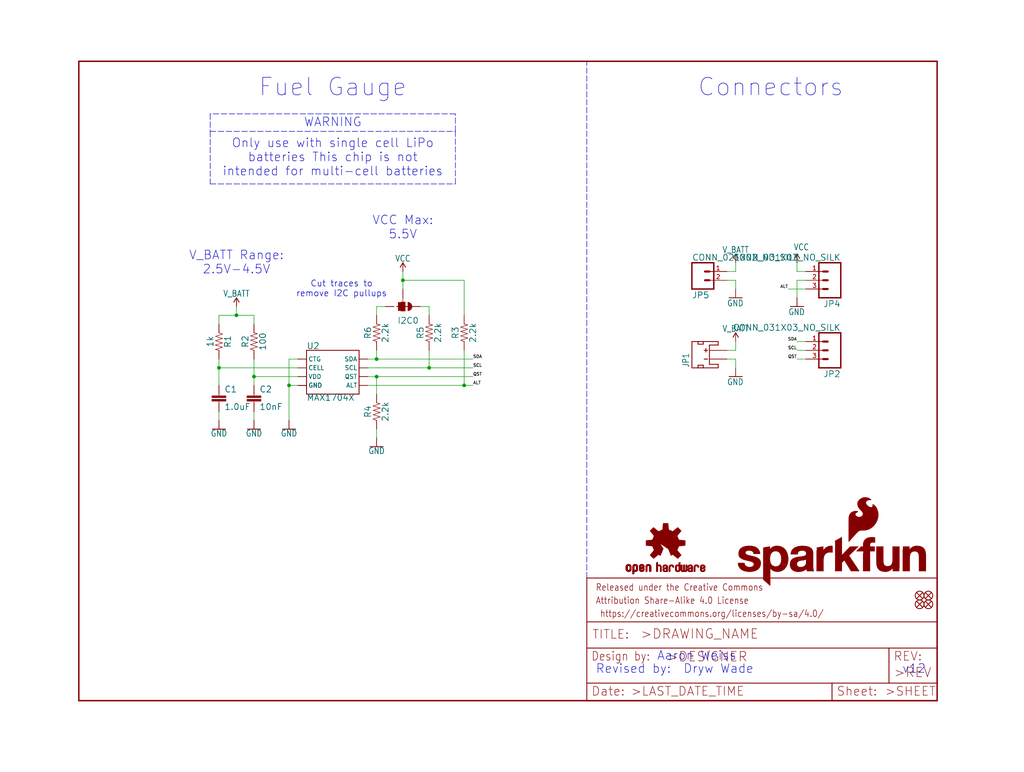
<source format=kicad_sch>
(kicad_sch (version 20211123) (generator eeschema)
  (paper "User" 297.002 223.926)
  (lib_symbols
    (symbol "eagleSchem-eagle-import:1.0UF-0402T-16V-10%"
      (property "Reference" "C" (at 1.524 2.921 0))
      (property "Value" "1.0UF-0402T-16V-10%" (at 1.524 -2.159 0))
      (symbol "1.0UF-0402T-16V-10%_1_0"
        (pin passive line (at 0 5.08 270) (length 2.54) (name "1") (number "1"))
        (pin passive line (at 0 -2.54 90) (length 2.54) (name "2") (number "2"))
      )
    )
    (symbol "eagleSchem-eagle-import:100OHM-0402-TIGHT-1{slash}16W-1%"
      (property "Reference" "R" (at 0 1.524 0))
      (property "Value" "100OHM-0402-TIGHT-1{slash}16W-1%" (at 0 -1.524 0))
      (symbol "100OHM-0402-TIGHT-1{slash}16W-1%_1_0"
        (pin passive line (at -5.08 0 0) (length 2.54) (name "1") (number "1"))
        (pin passive line (at 5.08 0 180) (length 2.54) (name "2") (number "2"))
      )
    )
    (symbol "eagleSchem-eagle-import:10NF-0402T-25V-10%"
      (property "Reference" "C" (at 1.524 2.921 0))
      (property "Value" "10NF-0402T-25V-10%" (at 1.524 -2.159 0))
      (symbol "10NF-0402T-25V-10%_1_0"
        (pin passive line (at 0 5.08 270) (length 2.54) (name "1") (number "1"))
        (pin passive line (at 0 -2.54 90) (length 2.54) (name "2") (number "2"))
      )
    )
    (symbol "eagleSchem-eagle-import:1KOHM-0402T-1{slash}16W-1%"
      (property "Reference" "R" (at 0 1.524 0))
      (property "Value" "1KOHM-0402T-1{slash}16W-1%" (at 0 -1.524 0))
      (symbol "1KOHM-0402T-1{slash}16W-1%_1_0"
        (pin passive line (at -5.08 0 0) (length 2.54) (name "1") (number "1"))
        (pin passive line (at 5.08 0 180) (length 2.54) (name "2") (number "2"))
      )
    )
    (symbol "eagleSchem-eagle-import:2.2KOHM-0402T-1{slash}16W-1%"
      (property "Reference" "R" (at 0 1.524 0))
      (property "Value" "2.2KOHM-0402T-1{slash}16W-1%" (at 0 -1.524 0))
      (symbol "2.2KOHM-0402T-1{slash}16W-1%_1_0"
        (pin passive line (at -5.08 0 0) (length 2.54) (name "1") (number "1"))
        (pin passive line (at 5.08 0 180) (length 2.54) (name "2") (number "2"))
      )
    )
    (symbol "eagleSchem-eagle-import:CONN_021X02_NO_SILK"
      (property "Reference" "J" (at -2.54 5.588 0))
      (property "Value" "CONN_021X02_NO_SILK" (at -2.54 -4.826 0))
      (symbol "CONN_021X02_NO_SILK_1_0"
        (pin passive line (at 7.62 0 180) (length 5.08) (name "1") (number "1"))
        (pin passive line (at 7.62 2.54 180) (length 5.08) (name "2") (number "2"))
      )
    )
    (symbol "eagleSchem-eagle-import:CONN_031X03_NO_SILK"
      (property "Reference" "J" (at -2.54 5.588 0))
      (property "Value" "CONN_031X03_NO_SILK" (at -2.54 -7.366 0))
      (symbol "CONN_031X03_NO_SILK_1_0"
        (pin passive line (at 7.62 -2.54 180) (length 5.08) (name "1") (number "1"))
        (pin passive line (at 7.62 0 180) (length 5.08) (name "2") (number "2"))
        (pin passive line (at 7.62 2.54 180) (length 5.08) (name "3") (number "3"))
      )
    )
    (symbol "eagleSchem-eagle-import:FIDUCIALUFIDUCIAL")
    (symbol "eagleSchem-eagle-import:FRAME-LETTER"
      (symbol "FRAME-LETTER_2_0"
        (text " https://creativecommons.org/licenses/by-sa/4.0/" (at 2.54 24.13 0) (effects (font (size 1.9304 1.6408)) (justify left bottom)))
        (text ">DESIGNER" (at 23.114 11.176 0) (effects (font (size 2.7432 2.7432)) (justify left bottom)))
        (text ">DRAWING_NAME" (at 15.494 17.78 0) (effects (font (size 2.7432 2.7432)) (justify left bottom)))
        (text ">LAST_DATE_TIME" (at 12.7 1.27 0) (effects (font (size 2.54 2.54)) (justify left bottom)))
        (text ">REV" (at 88.9 6.604 0) (effects (font (size 2.7432 2.7432)) (justify left bottom)))
        (text ">SHEET" (at 86.36 1.27 0) (effects (font (size 2.54 2.54)) (justify left bottom)))
        (text "Attribution Share-Alike 4.0 License" (at 2.54 27.94 0) (effects (font (size 1.9304 1.6408)) (justify left bottom)))
        (text "Date:" (at 1.27 1.27 0) (effects (font (size 2.54 2.54)) (justify left bottom)))
        (text "Design by:" (at 1.27 11.43 0) (effects (font (size 2.54 2.159)) (justify left bottom)))
        (text "Released under the Creative Commons" (at 2.54 31.75 0) (effects (font (size 1.9304 1.6408)) (justify left bottom)))
        (text "REV:" (at 88.9 11.43 0) (effects (font (size 2.54 2.54)) (justify left bottom)))
        (text "Sheet:" (at 72.39 1.27 0) (effects (font (size 2.54 2.54)) (justify left bottom)))
        (text "TITLE:" (at 1.524 17.78 0) (effects (font (size 2.54 2.54)) (justify left bottom)))
      )
    )
    (symbol "eagleSchem-eagle-import:GND" (power)
      (property "Value" "GND" (at 0 -0.254 0))
      (symbol "GND_1_0"
        (pin power_in line (at 0 2.54 270) (length 2.54) (name "GND") (number "1"))
      )
    )
    (symbol "eagleSchem-eagle-import:JST_2MM_MALE"
      (property "Reference" "J" (at -2.54 5.842 0))
      (symbol "JST_2MM_MALE_1_0"
        (pin bidirectional line (at 0 -5.08 90) (length 5.08) (name "-") (number "1"))
        (pin bidirectional line (at 2.54 -5.08 90) (length 5.08) (name "+") (number "2"))
        (pin bidirectional line (at -2.54 2.54 90) (length 0) (name "PAD1") (number "NC1"))
        (pin bidirectional line (at 5.08 2.54 90) (length 0) (name "PAD2") (number "NC2"))
      )
    )
    (symbol "eagleSchem-eagle-import:JUMPER-SMT_3_2-NC_TRACE_SILK"
      (property "Reference" "JP" (at 6.096 1.524 0))
      (property "Value" "JUMPER-SMT_3_2-NC_TRACE_SILK" (at 6.858 -1.524 0))
      (symbol "JUMPER-SMT_3_2-NC_TRACE_SILK_1_0"
        (pin passive line (at 0 5.08 270) (length 2.54) (name "1") (number "1"))
        (pin passive line (at -5.08 0 0) (length 2.54) (name "2") (number "2"))
        (pin passive line (at 0 -5.08 90) (length 2.54) (name "3") (number "3"))
      )
    )
    (symbol "eagleSchem-eagle-import:MAX1704X"
      (property "Reference" "U" (at -7.62 7.874 0))
      (property "Value" "MAX1704X" (at -7.62 -7.112 0))
      (symbol "MAX1704X_1_0"
        (pin bidirectional line (at -10.16 5.08 0) (length 2.54) (name "CTG") (number "1"))
        (pin bidirectional line (at -10.16 2.54 0) (length 2.54) (name "CELL") (number "2"))
        (pin bidirectional line (at -10.16 0 0) (length 2.54) (name "VDD") (number "3"))
        (pin bidirectional line (at -10.16 -2.54 0) (length 2.54) (name "GND") (number "4"))
        (pin bidirectional line (at 10.16 -2.54 180) (length 2.54) (name "ALT") (number "5"))
        (pin bidirectional line (at 10.16 0 180) (length 2.54) (name "QST") (number "6"))
        (pin bidirectional line (at 10.16 2.54 180) (length 2.54) (name "SCL") (number "7"))
        (pin bidirectional line (at 10.16 5.08 180) (length 2.54) (name "SDA") (number "8"))
        (pin bidirectional line (at -10.16 -2.54 0) (length 2.54) (name "GND") (number "EP"))
      )
    )
    (symbol "eagleSchem-eagle-import:OSHW-LOGOS")
    (symbol "eagleSchem-eagle-import:SFE_LOGO_FLAME.1_INCH")
    (symbol "eagleSchem-eagle-import:SFE_LOGO_NAME_FLAMEBLANK")
    (symbol "eagleSchem-eagle-import:VCC" (power)
      (property "Value" "VCC" (at 0 2.794 0))
      (symbol "VCC_1_0"
        (pin power_in line (at 0 0 90) (length 2.54) (name "VCC") (number "1"))
      )
    )
    (symbol "eagleSchem-eagle-import:V_BATT" (power)
      (property "Value" "V_BATT" (at 0 2.794 0))
      (symbol "V_BATT_1_0"
        (pin power_in line (at 0 0 90) (length 2.54) (name "V_BATT") (number "1"))
      )
    )
  )
  (junction (at 134.62 111.76))
  (junction (at 73.66 109.22))
  (junction (at 109.22 109.22))
  (junction (at 109.22 104.14))
  (junction (at 83.82 111.76))
  (junction (at 68.58 91.44))
  (junction (at 63.5 106.68))
  (junction (at 124.46 106.68))
  (junction (at 116.84 81.28))
  (wire (pts (xy 63.5 91.44) (xy 68.58 91.44)))
  (wire (pts (xy 109.22 101.6) (xy 109.22 104.14)))
  (wire (pts (xy 86.36 109.22) (xy 73.66 109.22)))
  (wire (pts (xy 233.68 81.28) (xy 231.14 81.28)))
  (wire (pts (xy 63.5 121.92) (xy 63.5 119.38)))
  (wire (pts (xy 233.68 83.82) (xy 228.6 83.82)))
  (wire (pts (xy 124.46 88.9) (xy 121.92 88.9)))
  (wire (pts (xy 213.36 78.74) (xy 213.36 76.2)))
  (wire (pts (xy 116.84 81.28) (xy 116.84 83.82)))
  (wire (pts (xy 134.62 91.44) (xy 134.62 81.28)))
  (wire (pts (xy 210.82 104.14) (xy 213.36 104.14)))
  (wire (pts (xy 86.36 106.68) (xy 63.5 106.68)))
  (polyline (pts (xy 132.08 33.02) (xy 60.96 33.02)))
  (wire (pts (xy 233.68 104.14) (xy 231.14 104.14)))
  (wire (pts (xy 109.22 109.22) (xy 137.16 109.22)))
  (wire (pts (xy 83.82 111.76) (xy 83.82 121.92)))
  (wire (pts (xy 73.66 91.44) (xy 73.66 93.98)))
  (wire (pts (xy 68.58 88.9) (xy 68.58 91.44)))
  (wire (pts (xy 124.46 106.68) (xy 137.16 106.68)))
  (wire (pts (xy 109.22 88.9) (xy 111.76 88.9)))
  (wire (pts (xy 213.36 104.14) (xy 213.36 106.68)))
  (wire (pts (xy 124.46 101.6) (xy 124.46 106.68)))
  (wire (pts (xy 134.62 111.76) (xy 134.62 101.6)))
  (polyline (pts (xy 60.96 53.34) (xy 132.08 53.34)))
  (wire (pts (xy 83.82 104.14) (xy 83.82 111.76)))
  (polyline (pts (xy 60.96 33.02) (xy 60.96 38.1)))
  (wire (pts (xy 73.66 109.22) (xy 73.66 104.14)))
  (wire (pts (xy 63.5 104.14) (xy 63.5 106.68)))
  (wire (pts (xy 63.5 106.68) (xy 63.5 111.76)))
  (wire (pts (xy 213.36 101.6) (xy 213.36 99.06)))
  (wire (pts (xy 106.68 106.68) (xy 124.46 106.68)))
  (wire (pts (xy 109.22 104.14) (xy 137.16 104.14)))
  (wire (pts (xy 73.66 121.92) (xy 73.66 119.38)))
  (wire (pts (xy 213.36 81.28) (xy 213.36 83.82)))
  (wire (pts (xy 124.46 91.44) (xy 124.46 88.9)))
  (wire (pts (xy 106.68 109.22) (xy 109.22 109.22)))
  (wire (pts (xy 210.82 78.74) (xy 213.36 78.74)))
  (wire (pts (xy 134.62 81.28) (xy 116.84 81.28)))
  (polyline (pts (xy 60.96 38.1) (xy 60.96 53.34)))
  (wire (pts (xy 116.84 81.28) (xy 116.84 78.74)))
  (wire (pts (xy 210.82 101.6) (xy 213.36 101.6)))
  (wire (pts (xy 73.66 109.22) (xy 73.66 111.76)))
  (wire (pts (xy 109.22 91.44) (xy 109.22 88.9)))
  (wire (pts (xy 86.36 111.76) (xy 83.82 111.76)))
  (wire (pts (xy 63.5 93.98) (xy 63.5 91.44)))
  (wire (pts (xy 233.68 78.74) (xy 231.14 78.74)))
  (polyline (pts (xy 132.08 38.1) (xy 132.08 33.02)))
  (wire (pts (xy 231.14 78.74) (xy 231.14 76.2)))
  (wire (pts (xy 134.62 111.76) (xy 137.16 111.76)))
  (polyline (pts (xy 132.08 53.34) (xy 132.08 38.1)))
  (wire (pts (xy 233.68 101.6) (xy 231.14 101.6)))
  (polyline (pts (xy 60.96 38.1) (xy 132.08 38.1)))
  (wire (pts (xy 68.58 91.44) (xy 73.66 91.44)))
  (wire (pts (xy 210.82 81.28) (xy 213.36 81.28)))
  (wire (pts (xy 231.14 81.28) (xy 231.14 86.36)))
  (polyline (pts (xy 170.18 167.64) (xy 170.18 17.78)))
  (wire (pts (xy 86.36 104.14) (xy 83.82 104.14)))
  (wire (pts (xy 106.68 111.76) (xy 134.62 111.76)))
  (wire (pts (xy 106.68 104.14) (xy 109.22 104.14)))
  (wire (pts (xy 233.68 99.06) (xy 231.14 99.06)))
  (wire (pts (xy 109.22 114.3) (xy 109.22 109.22)))
  (wire (pts (xy 109.22 127) (xy 109.22 124.46)))
  (text "VCC Max:\n5.5V" (at 116.84 66.04 180) (effects (font (size 2.54 2.54))))
  (text "V_BATT Range:\n2.5V-4.5V" (at 68.58 76.2 180) (effects (font (size 2.54 2.54))))
  (text "Cut traces to\nremove I2C pullups" (at 99.06 83.82 180) (effects (font (size 1.778 1.778))))
  (text "WARNING" (at 96.52 35.56 180) (effects (font (size 2.54 2.54))))
  (text "Only use with single cell LiPo\nbatteries~{} This chip is not\nintended for multi-cell batteries~{}" (at 96.52 45.72 0) (effects (font (size 2.54 2.54))))
  (text "Dryw Wade" (at 198.12 195.58 180) (effects (font (size 2.54 2.54)) (justify left bottom)))
  (text "Fuel Gauge" (at 96.52 25.4 180) (effects (font (size 5.08 5.08))))
  (text "Connectors" (at 223.52 25.4 180) (effects (font (size 5.08 5.08))))
  (text "Aaron Weiss" (at 190.5 191.77 180) (effects (font (size 2.54 2.54)) (justify left bottom)))
  (text "Revised by:" (at 172.72 195.58 180) (effects (font (size 2.54 2.54)) (justify left bottom)))
  (text "v12" (at 261.62 195.58 180) (effects (font (size 2.54 2.54)) (justify left bottom)))
  (label "ALT" (at 228.6 83.82 180) (effects (font (size 0.889 0.889))))
  (label "ALT" (at 137.16 111.76 0) (effects (font (size 0.889 0.889))))
  (label "SCL" (at 137.16 106.68 0) (effects (font (size 0.889 0.889))))
  (label "SDA" (at 137.16 104.14 0) (effects (font (size 0.889 0.889))))
  (label "QST" (at 137.16 109.22 0) (effects (font (size 0.889 0.889))))
  (label "QST" (at 231.14 104.14 180) (effects (font (size 0.889 0.889))))
  (label "SCL" (at 231.14 101.6 180) (effects (font (size 0.889 0.889))))
  (label "SDA" (at 231.14 99.06 180) (effects (font (size 0.889 0.889))))
  (symbol (lib_id "eagleSchem-eagle-import:GND") (at 73.66 124.46 0) (unit 1)
    (property "Reference" "#GND3" (effects hide))
    (property "Value" "GND" (at 73.66 124.714 0) (effects (font (size 1.778 1.5113)) (justify top)))
    (property "Footprint" "eagleSchem:" (effects hide))
  )
  (symbol (lib_id "eagleSchem-eagle-import:JUMPER-SMT_3_2-NC_TRACE_SILK") (at 116.84 88.9 270) (unit 1)
    (property "Reference" "I2C0" (at 118.364 92.964 90) (effects (font (size 1.778 1.778))))
    (property "Value" "JUMPER-SMT_3_2-NC_TRACE_SILK" (effects hide))
    (property "Footprint" "eagleSchem:SMT-JUMPER_3_2-NC_TRACE_SILK" (effects hide))
  )
  (symbol (lib_id "eagleSchem-eagle-import:FRAME-LETTER") (at 170.18 203.2 0) (unit 2)
    (property "Reference" "FRAME1" (effects hide))
    (property "Value" "FRAME-LETTER" (effects hide))
    (property "Footprint" "eagleSchem:CREATIVE_COMMONS" (effects hide))
  )
  (symbol (lib_id "eagleSchem-eagle-import:FRAME-LETTER") (at 22.86 203.2 0) (unit 1)
    (property "Reference" "FRAME1" (effects hide))
    (property "Value" "FRAME-LETTER" (effects hide))
    (property "Footprint" "eagleSchem:CREATIVE_COMMONS" (effects hide))
  )
  (symbol (lib_id "eagleSchem-eagle-import:FIDUCIALUFIDUCIAL") (at 266.7 172.72 0) (unit 1)
    (property "Reference" "JP8" (effects hide))
    (property "Value" "FIDUCIALUFIDUCIAL" (effects hide))
    (property "Footprint" "eagleSchem:FIDUCIAL-MICRO" (effects hide))
  )
  (symbol (lib_id "eagleSchem-eagle-import:SFE_LOGO_NAME_FLAMEBLANK") (at 213.36 170.18 0) (unit 1)
    (property "Reference" "LOGO1" (effects hide))
    (property "Value" "SFE_LOGO_NAME_FLAMEBLANK" (effects hide))
    (property "Footprint" "eagleSchem:BLANK" (effects hide))
  )
  (symbol (lib_id "eagleSchem-eagle-import:V_BATT") (at 213.36 76.2 0) (unit 1)
    (property "Reference" "#SUPPLY3" (effects hide))
    (property "Value" "V_BATT" (at 213.36 73.406 0) (effects (font (size 1.778 1.5113)) (justify bottom)))
    (property "Footprint" "eagleSchem:" (effects hide))
  )
  (symbol (lib_id "eagleSchem-eagle-import:GND") (at 213.36 109.22 0) (unit 1)
    (property "Reference" "#GND4" (effects hide))
    (property "Value" "GND" (at 210.82 111.76 0) (effects (font (size 1.778 1.5113)) (justify left bottom)))
    (property "Footprint" "eagleSchem:" (effects hide))
  )
  (symbol (lib_id "eagleSchem-eagle-import:2.2KOHM-0402T-1{slash}16W-1%") (at 124.46 96.52 90) (unit 1)
    (property "Reference" "R5" (at 122.936 96.52 0) (effects (font (size 1.778 1.778)) (justify bottom)))
    (property "Value" "2.2k" (at 125.984 96.52 0) (effects (font (size 1.778 1.778)) (justify top)))
    (property "Footprint" "eagleSchem:0402-TIGHT" (effects hide))
  )
  (symbol (lib_id "eagleSchem-eagle-import:100OHM-0402-TIGHT-1{slash}16W-1%") (at 73.66 99.06 90) (unit 1)
    (property "Reference" "R2" (at 72.136 99.06 0) (effects (font (size 1.778 1.778)) (justify bottom)))
    (property "Value" "100" (at 75.184 99.06 0) (effects (font (size 1.778 1.778)) (justify top)))
    (property "Footprint" "eagleSchem:0402-TIGHT" (effects hide))
  )
  (symbol (lib_id "eagleSchem-eagle-import:OSHW-LOGOS") (at 193.04 157.48 0) (unit 1)
    (property "Reference" "U$1" (effects hide))
    (property "Value" "OSHW-LOGOS" (effects hide))
    (property "Footprint" "eagleSchem:OSHW-LOGO-S" (effects hide))
  )
  (symbol (lib_id "eagleSchem-eagle-import:VCC") (at 231.14 76.2 0) (unit 1)
    (property "Reference" "#P+4" (effects hide))
    (property "Value" "VCC" (at 230.124 72.644 0) (effects (font (size 1.778 1.5113)) (justify left bottom)))
    (property "Footprint" "eagleSchem:" (effects hide))
  )
  (symbol (lib_id "eagleSchem-eagle-import:JST_2MM_MALE") (at 205.74 104.14 90) (unit 1)
    (property "Reference" "JP1" (at 199.898 106.68 0) (effects (font (size 1.778 1.5113)) (justify left bottom)))
    (property "Value" "input" (effects hide))
    (property "Footprint" "eagleSchem:JST-2-SMD" (effects hide))
  )
  (symbol (lib_id "eagleSchem-eagle-import:SFE_LOGO_FLAME.1_INCH") (at 245.872 157.48 0) (unit 1)
    (property "Reference" "JP3" (effects hide))
    (property "Value" "SFE_LOGO_FLAME.1_INCH" (effects hide))
    (property "Footprint" "eagleSchem:SFE_LOGO_FLAME_.1" (effects hide))
  )
  (symbol (lib_id "eagleSchem-eagle-import:1KOHM-0402T-1{slash}16W-1%") (at 63.5 99.06 270) (unit 1)
    (property "Reference" "R1" (at 65.024 99.06 0) (effects (font (size 1.778 1.778)) (justify bottom)))
    (property "Value" "1k" (at 61.976 99.06 0) (effects (font (size 1.778 1.778)) (justify top)))
    (property "Footprint" "eagleSchem:0402-TIGHT" (effects hide))
  )
  (symbol (lib_id "eagleSchem-eagle-import:CONN_021X02_NO_SILK") (at 203.2 78.74 0) (mirror x) (unit 1)
    (property "Reference" "JP5" (at 200.66 84.582 0) (effects (font (size 1.778 1.778)) (justify left bottom)))
    (property "Value" "CONN_021X02_NO_SILK" (at 200.66 73.66 0) (effects (font (size 1.778 1.778)) (justify left bottom)))
    (property "Footprint" "eagleSchem:1X02_NO_SILK" (effects hide))
  )
  (symbol (lib_id "eagleSchem-eagle-import:2.2KOHM-0402T-1{slash}16W-1%") (at 134.62 96.52 90) (unit 1)
    (property "Reference" "R3" (at 133.096 96.52 0) (effects (font (size 1.778 1.778)) (justify bottom)))
    (property "Value" "2.2k" (at 136.144 96.52 0) (effects (font (size 1.778 1.778)) (justify top)))
    (property "Footprint" "eagleSchem:0402-TIGHT" (effects hide))
  )
  (symbol (lib_id "eagleSchem-eagle-import:GND") (at 213.36 86.36 0) (unit 1)
    (property "Reference" "#GND7" (effects hide))
    (property "Value" "GND" (at 210.82 88.9 0) (effects (font (size 1.778 1.5113)) (justify left bottom)))
    (property "Footprint" "eagleSchem:" (effects hide))
  )
  (symbol (lib_id "eagleSchem-eagle-import:FIDUCIALUFIDUCIAL") (at 266.7 175.26 0) (unit 1)
    (property "Reference" "JP9" (effects hide))
    (property "Value" "FIDUCIALUFIDUCIAL" (effects hide))
    (property "Footprint" "eagleSchem:FIDUCIAL-MICRO" (effects hide))
  )
  (symbol (lib_id "eagleSchem-eagle-import:CONN_031X03_NO_SILK") (at 241.3 101.6 180) (unit 1)
    (property "Reference" "JP2" (at 243.84 107.442 0) (effects (font (size 1.778 1.778)) (justify left bottom)))
    (property "Value" "CONN_031X03_NO_SILK" (at 243.84 93.98 0) (effects (font (size 1.778 1.778)) (justify left bottom)))
    (property "Footprint" "eagleSchem:1X03_NO_SILK" (effects hide))
  )
  (symbol (lib_id "eagleSchem-eagle-import:VCC") (at 116.84 78.74 0) (unit 1)
    (property "Reference" "#P+2" (effects hide))
    (property "Value" "VCC" (at 116.84 75.946 0) (effects (font (size 1.778 1.5113)) (justify bottom)))
    (property "Footprint" "eagleSchem:" (effects hide))
  )
  (symbol (lib_id "eagleSchem-eagle-import:GND") (at 231.14 88.9 0) (unit 1)
    (property "Reference" "#GND5" (effects hide))
    (property "Value" "GND" (at 228.6 91.44 0) (effects (font (size 1.778 1.5113)) (justify left bottom)))
    (property "Footprint" "eagleSchem:" (effects hide))
  )
  (symbol (lib_id "eagleSchem-eagle-import:FIDUCIALUFIDUCIAL") (at 269.24 172.72 0) (unit 1)
    (property "Reference" "JP6" (effects hide))
    (property "Value" "FIDUCIALUFIDUCIAL" (effects hide))
    (property "Footprint" "eagleSchem:FIDUCIAL-MICRO" (effects hide))
  )
  (symbol (lib_id "eagleSchem-eagle-import:MAX1704X") (at 96.52 109.22 0) (unit 1)
    (property "Reference" "U2" (at 88.9 101.346 0) (effects (font (size 1.778 1.778)) (justify left bottom)))
    (property "Value" "MAX1704X" (at 88.9 116.332 0) (effects (font (size 1.778 1.778)) (justify left bottom)))
    (property "Footprint" "eagleSchem:TDFN-8" (effects hide))
  )
  (symbol (lib_id "eagleSchem-eagle-import:CONN_031X03_NO_SILK") (at 241.3 81.28 180) (unit 1)
    (property "Reference" "JP4" (at 243.84 87.122 0) (effects (font (size 1.778 1.778)) (justify left bottom)))
    (property "Value" "CONN_031X03_NO_SILK" (at 243.84 73.66 0) (effects (font (size 1.778 1.778)) (justify left bottom)))
    (property "Footprint" "eagleSchem:1X03_NO_SILK" (effects hide))
  )
  (symbol (lib_id "eagleSchem-eagle-import:GND") (at 63.5 124.46 0) (unit 1)
    (property "Reference" "#GND1" (effects hide))
    (property "Value" "GND" (at 63.5 124.714 0) (effects (font (size 1.778 1.5113)) (justify top)))
    (property "Footprint" "eagleSchem:" (effects hide))
  )
  (symbol (lib_id "eagleSchem-eagle-import:V_BATT") (at 213.36 99.06 0) (unit 1)
    (property "Reference" "#SUPPLY1" (effects hide))
    (property "Value" "V_BATT" (at 213.36 96.266 0) (effects (font (size 1.778 1.5113)) (justify bottom)))
    (property "Footprint" "eagleSchem:" (effects hide))
  )
  (symbol (lib_id "eagleSchem-eagle-import:GND") (at 83.82 124.46 0) (unit 1)
    (property "Reference" "#GND6" (effects hide))
    (property "Value" "GND" (at 83.82 124.714 0) (effects (font (size 1.778 1.5113)) (justify top)))
    (property "Footprint" "eagleSchem:" (effects hide))
  )
  (symbol (lib_id "eagleSchem-eagle-import:10NF-0402T-25V-10%") (at 73.66 116.84 0) (unit 1)
    (property "Reference" "C2" (at 75.184 113.919 0) (effects (font (size 1.778 1.778)) (justify left bottom)))
    (property "Value" "10nF" (at 75.184 118.999 0) (effects (font (size 1.778 1.778)) (justify left bottom)))
    (property "Footprint" "eagleSchem:0402-TIGHT" (effects hide))
  )
  (symbol (lib_id "eagleSchem-eagle-import:FIDUCIALUFIDUCIAL") (at 269.24 175.26 0) (unit 1)
    (property "Reference" "JP7" (effects hide))
    (property "Value" "FIDUCIALUFIDUCIAL" (effects hide))
    (property "Footprint" "eagleSchem:FIDUCIAL-MICRO" (effects hide))
  )
  (symbol (lib_id "eagleSchem-eagle-import:GND") (at 109.22 129.54 0) (unit 1)
    (property "Reference" "#GND2" (effects hide))
    (property "Value" "GND" (at 109.22 129.794 0) (effects (font (size 1.778 1.5113)) (justify top)))
    (property "Footprint" "eagleSchem:" (effects hide))
  )
  (symbol (lib_id "eagleSchem-eagle-import:1.0UF-0402T-16V-10%") (at 63.5 116.84 0) (unit 1)
    (property "Reference" "C1" (at 65.024 113.919 0) (effects (font (size 1.778 1.778)) (justify left bottom)))
    (property "Value" "1.0uF" (at 65.024 118.999 0) (effects (font (size 1.778 1.778)) (justify left bottom)))
    (property "Footprint" "eagleSchem:0402-TIGHT" (effects hide))
  )
  (symbol (lib_id "eagleSchem-eagle-import:2.2KOHM-0402T-1{slash}16W-1%") (at 109.22 119.38 90) (unit 1)
    (property "Reference" "R4" (at 107.696 119.38 0) (effects (font (size 1.778 1.778)) (justify bottom)))
    (property "Value" "2.2k" (at 110.744 119.38 0) (effects (font (size 1.778 1.778)) (justify top)))
    (property "Footprint" "eagleSchem:0402-TIGHT" (effects hide))
  )
  (symbol (lib_id "eagleSchem-eagle-import:V_BATT") (at 68.58 88.9 0) (unit 1)
    (property "Reference" "#SUPPLY2" (effects hide))
    (property "Value" "V_BATT" (at 68.58 86.106 0) (effects (font (size 1.778 1.5113)) (justify bottom)))
    (property "Footprint" "eagleSchem:" (effects hide))
  )
  (symbol (lib_id "eagleSchem-eagle-import:2.2KOHM-0402T-1{slash}16W-1%") (at 109.22 96.52 90) (unit 1)
    (property "Reference" "R6" (at 107.696 96.52 0) (effects (font (size 1.778 1.778)) (justify bottom)))
    (property "Value" "2.2k" (at 110.744 96.52 0) (effects (font (size 1.778 1.778)) (justify top)))
    (property "Footprint" "eagleSchem:0402-TIGHT" (effects hide))
  )
)
</source>
